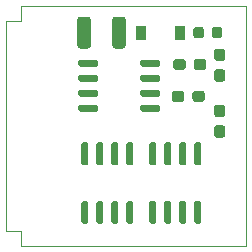
<source format=gbr>
%TF.GenerationSoftware,KiCad,Pcbnew,(5.1.9)-1*%
%TF.CreationDate,2021-06-01T10:14:56+02:00*%
%TF.ProjectId,14_Demi_Pont_H_99,31345f44-656d-4695-9f50-6f6e745f485f,rev?*%
%TF.SameCoordinates,Original*%
%TF.FileFunction,Paste,Top*%
%TF.FilePolarity,Positive*%
%FSLAX46Y46*%
G04 Gerber Fmt 4.6, Leading zero omitted, Abs format (unit mm)*
G04 Created by KiCad (PCBNEW (5.1.9)-1) date 2021-06-01 10:14:56*
%MOMM*%
%LPD*%
G01*
G04 APERTURE LIST*
%TA.AperFunction,Profile*%
%ADD10C,0.050000*%
%TD*%
%ADD11R,0.900000X1.200000*%
G04 APERTURE END LIST*
D10*
X115570000Y-60960000D02*
X120650000Y-60960000D01*
X115570000Y-81280000D02*
X120650000Y-81280000D01*
X101600000Y-62230000D02*
X101600000Y-60960000D01*
X100330000Y-62230000D02*
X101600000Y-62230000D01*
X100330000Y-67310000D02*
X100330000Y-62230000D01*
X100330000Y-72390000D02*
X100330000Y-67310000D01*
X120650000Y-60960000D02*
X120650000Y-81280000D01*
X101600000Y-60960000D02*
X115570000Y-60960000D01*
X101600000Y-80010000D02*
X101600000Y-81280000D01*
X100330000Y-80010000D02*
X101600000Y-80010000D01*
X115570000Y-81280000D02*
X101600000Y-81280000D01*
X100330000Y-80010000D02*
X100330000Y-72390000D01*
%TO.C,R4*%
G36*
G01*
X118152500Y-71090000D02*
X118627500Y-71090000D01*
G75*
G02*
X118865000Y-71327500I0J-237500D01*
G01*
X118865000Y-71902500D01*
G75*
G02*
X118627500Y-72140000I-237500J0D01*
G01*
X118152500Y-72140000D01*
G75*
G02*
X117915000Y-71902500I0J237500D01*
G01*
X117915000Y-71327500D01*
G75*
G02*
X118152500Y-71090000I237500J0D01*
G01*
G37*
G36*
G01*
X118152500Y-69340000D02*
X118627500Y-69340000D01*
G75*
G02*
X118865000Y-69577500I0J-237500D01*
G01*
X118865000Y-70152500D01*
G75*
G02*
X118627500Y-70390000I-237500J0D01*
G01*
X118152500Y-70390000D01*
G75*
G02*
X117915000Y-70152500I0J237500D01*
G01*
X117915000Y-69577500D01*
G75*
G02*
X118152500Y-69340000I237500J0D01*
G01*
G37*
%TD*%
%TO.C,R3*%
G36*
G01*
X116090000Y-68877500D02*
X116090000Y-68402500D01*
G75*
G02*
X116327500Y-68165000I237500J0D01*
G01*
X116902500Y-68165000D01*
G75*
G02*
X117140000Y-68402500I0J-237500D01*
G01*
X117140000Y-68877500D01*
G75*
G02*
X116902500Y-69115000I-237500J0D01*
G01*
X116327500Y-69115000D01*
G75*
G02*
X116090000Y-68877500I0J237500D01*
G01*
G37*
G36*
G01*
X114340000Y-68877500D02*
X114340000Y-68402500D01*
G75*
G02*
X114577500Y-68165000I237500J0D01*
G01*
X115152500Y-68165000D01*
G75*
G02*
X115390000Y-68402500I0J-237500D01*
G01*
X115390000Y-68877500D01*
G75*
G02*
X115152500Y-69115000I-237500J0D01*
G01*
X114577500Y-69115000D01*
G75*
G02*
X114340000Y-68877500I0J237500D01*
G01*
G37*
%TD*%
%TO.C,Q2*%
G36*
G01*
X116395000Y-77490000D02*
X116695000Y-77490000D01*
G75*
G02*
X116845000Y-77640000I0J-150000D01*
G01*
X116845000Y-79290000D01*
G75*
G02*
X116695000Y-79440000I-150000J0D01*
G01*
X116395000Y-79440000D01*
G75*
G02*
X116245000Y-79290000I0J150000D01*
G01*
X116245000Y-77640000D01*
G75*
G02*
X116395000Y-77490000I150000J0D01*
G01*
G37*
G36*
G01*
X115125000Y-77490000D02*
X115425000Y-77490000D01*
G75*
G02*
X115575000Y-77640000I0J-150000D01*
G01*
X115575000Y-79290000D01*
G75*
G02*
X115425000Y-79440000I-150000J0D01*
G01*
X115125000Y-79440000D01*
G75*
G02*
X114975000Y-79290000I0J150000D01*
G01*
X114975000Y-77640000D01*
G75*
G02*
X115125000Y-77490000I150000J0D01*
G01*
G37*
G36*
G01*
X113855000Y-77490000D02*
X114155000Y-77490000D01*
G75*
G02*
X114305000Y-77640000I0J-150000D01*
G01*
X114305000Y-79290000D01*
G75*
G02*
X114155000Y-79440000I-150000J0D01*
G01*
X113855000Y-79440000D01*
G75*
G02*
X113705000Y-79290000I0J150000D01*
G01*
X113705000Y-77640000D01*
G75*
G02*
X113855000Y-77490000I150000J0D01*
G01*
G37*
G36*
G01*
X112585000Y-77490000D02*
X112885000Y-77490000D01*
G75*
G02*
X113035000Y-77640000I0J-150000D01*
G01*
X113035000Y-79290000D01*
G75*
G02*
X112885000Y-79440000I-150000J0D01*
G01*
X112585000Y-79440000D01*
G75*
G02*
X112435000Y-79290000I0J150000D01*
G01*
X112435000Y-77640000D01*
G75*
G02*
X112585000Y-77490000I150000J0D01*
G01*
G37*
G36*
G01*
X112585000Y-72540000D02*
X112885000Y-72540000D01*
G75*
G02*
X113035000Y-72690000I0J-150000D01*
G01*
X113035000Y-74340000D01*
G75*
G02*
X112885000Y-74490000I-150000J0D01*
G01*
X112585000Y-74490000D01*
G75*
G02*
X112435000Y-74340000I0J150000D01*
G01*
X112435000Y-72690000D01*
G75*
G02*
X112585000Y-72540000I150000J0D01*
G01*
G37*
G36*
G01*
X113855000Y-72540000D02*
X114155000Y-72540000D01*
G75*
G02*
X114305000Y-72690000I0J-150000D01*
G01*
X114305000Y-74340000D01*
G75*
G02*
X114155000Y-74490000I-150000J0D01*
G01*
X113855000Y-74490000D01*
G75*
G02*
X113705000Y-74340000I0J150000D01*
G01*
X113705000Y-72690000D01*
G75*
G02*
X113855000Y-72540000I150000J0D01*
G01*
G37*
G36*
G01*
X115125000Y-72540000D02*
X115425000Y-72540000D01*
G75*
G02*
X115575000Y-72690000I0J-150000D01*
G01*
X115575000Y-74340000D01*
G75*
G02*
X115425000Y-74490000I-150000J0D01*
G01*
X115125000Y-74490000D01*
G75*
G02*
X114975000Y-74340000I0J150000D01*
G01*
X114975000Y-72690000D01*
G75*
G02*
X115125000Y-72540000I150000J0D01*
G01*
G37*
G36*
G01*
X116395000Y-72540000D02*
X116695000Y-72540000D01*
G75*
G02*
X116845000Y-72690000I0J-150000D01*
G01*
X116845000Y-74340000D01*
G75*
G02*
X116695000Y-74490000I-150000J0D01*
G01*
X116395000Y-74490000D01*
G75*
G02*
X116245000Y-74340000I0J150000D01*
G01*
X116245000Y-72690000D01*
G75*
G02*
X116395000Y-72540000I150000J0D01*
G01*
G37*
%TD*%
%TO.C,C1*%
G36*
G01*
X117065000Y-62990000D02*
X117065000Y-63490000D01*
G75*
G02*
X116840000Y-63715000I-225000J0D01*
G01*
X116390000Y-63715000D01*
G75*
G02*
X116165000Y-63490000I0J225000D01*
G01*
X116165000Y-62990000D01*
G75*
G02*
X116390000Y-62765000I225000J0D01*
G01*
X116840000Y-62765000D01*
G75*
G02*
X117065000Y-62990000I0J-225000D01*
G01*
G37*
G36*
G01*
X118615000Y-62990000D02*
X118615000Y-63490000D01*
G75*
G02*
X118390000Y-63715000I-225000J0D01*
G01*
X117940000Y-63715000D01*
G75*
G02*
X117715000Y-63490000I0J225000D01*
G01*
X117715000Y-62990000D01*
G75*
G02*
X117940000Y-62765000I225000J0D01*
G01*
X118390000Y-62765000D01*
G75*
G02*
X118615000Y-62990000I0J-225000D01*
G01*
G37*
%TD*%
%TO.C,C2*%
G36*
G01*
X107490000Y-62139999D02*
X107490000Y-64340001D01*
G75*
G02*
X107240001Y-64590000I-249999J0D01*
G01*
X106589999Y-64590000D01*
G75*
G02*
X106340000Y-64340001I0J249999D01*
G01*
X106340000Y-62139999D01*
G75*
G02*
X106589999Y-61890000I249999J0D01*
G01*
X107240001Y-61890000D01*
G75*
G02*
X107490000Y-62139999I0J-249999D01*
G01*
G37*
G36*
G01*
X110440000Y-62139999D02*
X110440000Y-64340001D01*
G75*
G02*
X110190001Y-64590000I-249999J0D01*
G01*
X109539999Y-64590000D01*
G75*
G02*
X109290000Y-64340001I0J249999D01*
G01*
X109290000Y-62139999D01*
G75*
G02*
X109539999Y-61890000I249999J0D01*
G01*
X110190001Y-61890000D01*
G75*
G02*
X110440000Y-62139999I0J-249999D01*
G01*
G37*
%TD*%
D11*
%TO.C,D1*%
X111740000Y-63240000D03*
X115040000Y-63240000D03*
%TD*%
%TO.C,Q1*%
G36*
G01*
X107135000Y-74490000D02*
X106835000Y-74490000D01*
G75*
G02*
X106685000Y-74340000I0J150000D01*
G01*
X106685000Y-72690000D01*
G75*
G02*
X106835000Y-72540000I150000J0D01*
G01*
X107135000Y-72540000D01*
G75*
G02*
X107285000Y-72690000I0J-150000D01*
G01*
X107285000Y-74340000D01*
G75*
G02*
X107135000Y-74490000I-150000J0D01*
G01*
G37*
G36*
G01*
X108405000Y-74490000D02*
X108105000Y-74490000D01*
G75*
G02*
X107955000Y-74340000I0J150000D01*
G01*
X107955000Y-72690000D01*
G75*
G02*
X108105000Y-72540000I150000J0D01*
G01*
X108405000Y-72540000D01*
G75*
G02*
X108555000Y-72690000I0J-150000D01*
G01*
X108555000Y-74340000D01*
G75*
G02*
X108405000Y-74490000I-150000J0D01*
G01*
G37*
G36*
G01*
X109675000Y-74490000D02*
X109375000Y-74490000D01*
G75*
G02*
X109225000Y-74340000I0J150000D01*
G01*
X109225000Y-72690000D01*
G75*
G02*
X109375000Y-72540000I150000J0D01*
G01*
X109675000Y-72540000D01*
G75*
G02*
X109825000Y-72690000I0J-150000D01*
G01*
X109825000Y-74340000D01*
G75*
G02*
X109675000Y-74490000I-150000J0D01*
G01*
G37*
G36*
G01*
X110945000Y-74490000D02*
X110645000Y-74490000D01*
G75*
G02*
X110495000Y-74340000I0J150000D01*
G01*
X110495000Y-72690000D01*
G75*
G02*
X110645000Y-72540000I150000J0D01*
G01*
X110945000Y-72540000D01*
G75*
G02*
X111095000Y-72690000I0J-150000D01*
G01*
X111095000Y-74340000D01*
G75*
G02*
X110945000Y-74490000I-150000J0D01*
G01*
G37*
G36*
G01*
X110945000Y-79440000D02*
X110645000Y-79440000D01*
G75*
G02*
X110495000Y-79290000I0J150000D01*
G01*
X110495000Y-77640000D01*
G75*
G02*
X110645000Y-77490000I150000J0D01*
G01*
X110945000Y-77490000D01*
G75*
G02*
X111095000Y-77640000I0J-150000D01*
G01*
X111095000Y-79290000D01*
G75*
G02*
X110945000Y-79440000I-150000J0D01*
G01*
G37*
G36*
G01*
X109675000Y-79440000D02*
X109375000Y-79440000D01*
G75*
G02*
X109225000Y-79290000I0J150000D01*
G01*
X109225000Y-77640000D01*
G75*
G02*
X109375000Y-77490000I150000J0D01*
G01*
X109675000Y-77490000D01*
G75*
G02*
X109825000Y-77640000I0J-150000D01*
G01*
X109825000Y-79290000D01*
G75*
G02*
X109675000Y-79440000I-150000J0D01*
G01*
G37*
G36*
G01*
X108405000Y-79440000D02*
X108105000Y-79440000D01*
G75*
G02*
X107955000Y-79290000I0J150000D01*
G01*
X107955000Y-77640000D01*
G75*
G02*
X108105000Y-77490000I150000J0D01*
G01*
X108405000Y-77490000D01*
G75*
G02*
X108555000Y-77640000I0J-150000D01*
G01*
X108555000Y-79290000D01*
G75*
G02*
X108405000Y-79440000I-150000J0D01*
G01*
G37*
G36*
G01*
X107135000Y-79440000D02*
X106835000Y-79440000D01*
G75*
G02*
X106685000Y-79290000I0J150000D01*
G01*
X106685000Y-77640000D01*
G75*
G02*
X106835000Y-77490000I150000J0D01*
G01*
X107135000Y-77490000D01*
G75*
G02*
X107285000Y-77640000I0J-150000D01*
G01*
X107285000Y-79290000D01*
G75*
G02*
X107135000Y-79440000I-150000J0D01*
G01*
G37*
%TD*%
%TO.C,R1*%
G36*
G01*
X116215000Y-66177500D02*
X116215000Y-65702500D01*
G75*
G02*
X116452500Y-65465000I237500J0D01*
G01*
X117027500Y-65465000D01*
G75*
G02*
X117265000Y-65702500I0J-237500D01*
G01*
X117265000Y-66177500D01*
G75*
G02*
X117027500Y-66415000I-237500J0D01*
G01*
X116452500Y-66415000D01*
G75*
G02*
X116215000Y-66177500I0J237500D01*
G01*
G37*
G36*
G01*
X114465000Y-66177500D02*
X114465000Y-65702500D01*
G75*
G02*
X114702500Y-65465000I237500J0D01*
G01*
X115277500Y-65465000D01*
G75*
G02*
X115515000Y-65702500I0J-237500D01*
G01*
X115515000Y-66177500D01*
G75*
G02*
X115277500Y-66415000I-237500J0D01*
G01*
X114702500Y-66415000D01*
G75*
G02*
X114465000Y-66177500I0J237500D01*
G01*
G37*
%TD*%
%TO.C,R2*%
G36*
G01*
X118627500Y-65640000D02*
X118152500Y-65640000D01*
G75*
G02*
X117915000Y-65402500I0J237500D01*
G01*
X117915000Y-64827500D01*
G75*
G02*
X118152500Y-64590000I237500J0D01*
G01*
X118627500Y-64590000D01*
G75*
G02*
X118865000Y-64827500I0J-237500D01*
G01*
X118865000Y-65402500D01*
G75*
G02*
X118627500Y-65640000I-237500J0D01*
G01*
G37*
G36*
G01*
X118627500Y-67390000D02*
X118152500Y-67390000D01*
G75*
G02*
X117915000Y-67152500I0J237500D01*
G01*
X117915000Y-66577500D01*
G75*
G02*
X118152500Y-66340000I237500J0D01*
G01*
X118627500Y-66340000D01*
G75*
G02*
X118865000Y-66577500I0J-237500D01*
G01*
X118865000Y-67152500D01*
G75*
G02*
X118627500Y-67390000I-237500J0D01*
G01*
G37*
%TD*%
%TO.C,U1*%
G36*
G01*
X111690000Y-65985000D02*
X111690000Y-65685000D01*
G75*
G02*
X111840000Y-65535000I150000J0D01*
G01*
X113190000Y-65535000D01*
G75*
G02*
X113340000Y-65685000I0J-150000D01*
G01*
X113340000Y-65985000D01*
G75*
G02*
X113190000Y-66135000I-150000J0D01*
G01*
X111840000Y-66135000D01*
G75*
G02*
X111690000Y-65985000I0J150000D01*
G01*
G37*
G36*
G01*
X111690000Y-67255000D02*
X111690000Y-66955000D01*
G75*
G02*
X111840000Y-66805000I150000J0D01*
G01*
X113190000Y-66805000D01*
G75*
G02*
X113340000Y-66955000I0J-150000D01*
G01*
X113340000Y-67255000D01*
G75*
G02*
X113190000Y-67405000I-150000J0D01*
G01*
X111840000Y-67405000D01*
G75*
G02*
X111690000Y-67255000I0J150000D01*
G01*
G37*
G36*
G01*
X111690000Y-68525000D02*
X111690000Y-68225000D01*
G75*
G02*
X111840000Y-68075000I150000J0D01*
G01*
X113190000Y-68075000D01*
G75*
G02*
X113340000Y-68225000I0J-150000D01*
G01*
X113340000Y-68525000D01*
G75*
G02*
X113190000Y-68675000I-150000J0D01*
G01*
X111840000Y-68675000D01*
G75*
G02*
X111690000Y-68525000I0J150000D01*
G01*
G37*
G36*
G01*
X111690000Y-69795000D02*
X111690000Y-69495000D01*
G75*
G02*
X111840000Y-69345000I150000J0D01*
G01*
X113190000Y-69345000D01*
G75*
G02*
X113340000Y-69495000I0J-150000D01*
G01*
X113340000Y-69795000D01*
G75*
G02*
X113190000Y-69945000I-150000J0D01*
G01*
X111840000Y-69945000D01*
G75*
G02*
X111690000Y-69795000I0J150000D01*
G01*
G37*
G36*
G01*
X106440000Y-69795000D02*
X106440000Y-69495000D01*
G75*
G02*
X106590000Y-69345000I150000J0D01*
G01*
X107940000Y-69345000D01*
G75*
G02*
X108090000Y-69495000I0J-150000D01*
G01*
X108090000Y-69795000D01*
G75*
G02*
X107940000Y-69945000I-150000J0D01*
G01*
X106590000Y-69945000D01*
G75*
G02*
X106440000Y-69795000I0J150000D01*
G01*
G37*
G36*
G01*
X106440000Y-68525000D02*
X106440000Y-68225000D01*
G75*
G02*
X106590000Y-68075000I150000J0D01*
G01*
X107940000Y-68075000D01*
G75*
G02*
X108090000Y-68225000I0J-150000D01*
G01*
X108090000Y-68525000D01*
G75*
G02*
X107940000Y-68675000I-150000J0D01*
G01*
X106590000Y-68675000D01*
G75*
G02*
X106440000Y-68525000I0J150000D01*
G01*
G37*
G36*
G01*
X106440000Y-67255000D02*
X106440000Y-66955000D01*
G75*
G02*
X106590000Y-66805000I150000J0D01*
G01*
X107940000Y-66805000D01*
G75*
G02*
X108090000Y-66955000I0J-150000D01*
G01*
X108090000Y-67255000D01*
G75*
G02*
X107940000Y-67405000I-150000J0D01*
G01*
X106590000Y-67405000D01*
G75*
G02*
X106440000Y-67255000I0J150000D01*
G01*
G37*
G36*
G01*
X106440000Y-65985000D02*
X106440000Y-65685000D01*
G75*
G02*
X106590000Y-65535000I150000J0D01*
G01*
X107940000Y-65535000D01*
G75*
G02*
X108090000Y-65685000I0J-150000D01*
G01*
X108090000Y-65985000D01*
G75*
G02*
X107940000Y-66135000I-150000J0D01*
G01*
X106590000Y-66135000D01*
G75*
G02*
X106440000Y-65985000I0J150000D01*
G01*
G37*
%TD*%
M02*

</source>
